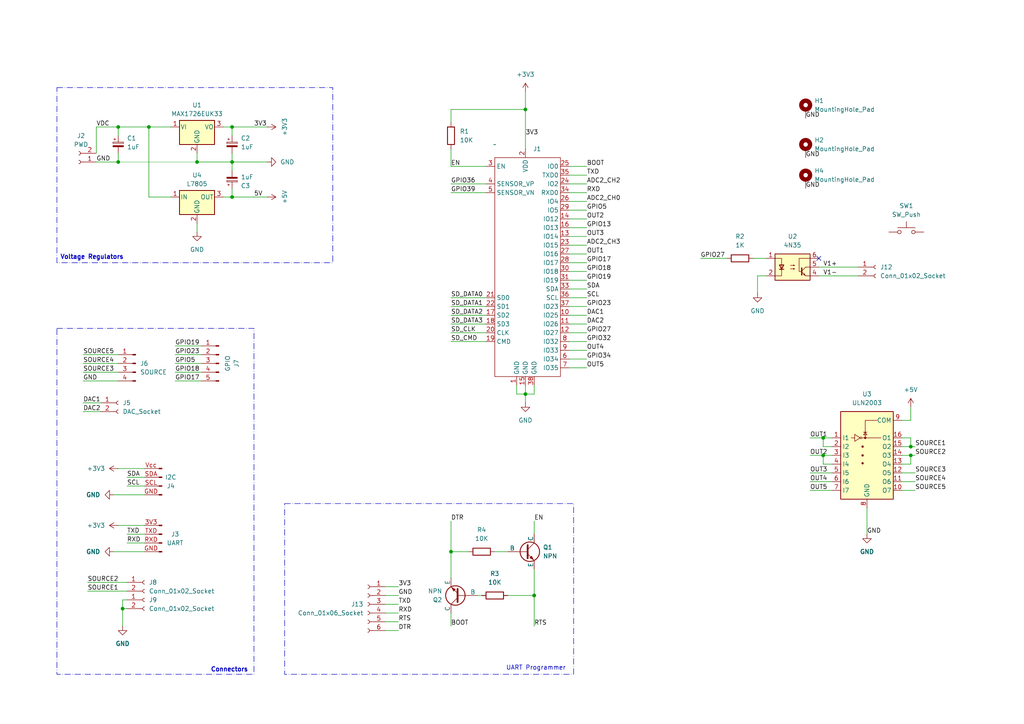
<source format=kicad_sch>
(kicad_sch (version 20231120) (generator "eeschema") (generator_version "8.0")
  (paper "A4")
  (lib_symbols
    (symbol "Alexander_Library_Symbols:Conn_I2C_01x04" (pin_names (offset 1.016) hide)
      (property "Reference" "J" (at 0 5.08 0))
      (property "Value" "I2C" (at 0 -7.62 0))
      (symbol "Conn_I2C_01x04_1_1"
        (polyline (pts (xy 1.27 -5.08) (xy 0.8636 -5.08)) (stroke (width 0.1524)))
        (polyline (pts (xy 1.27 -2.54) (xy 0.8636 -2.54)) (stroke (width 0.1524)))
        (polyline (pts (xy 1.27 0) (xy 0.8636 0)) (stroke (width 0.1524)))
        (polyline (pts (xy 1.27 2.54) (xy 0.8636 2.54)) (stroke (width 0.1524)))
        (rectangle (start 0.8636 -4.953) (end 0 -5.207) (stroke (width 0.1524)) (fill (type outline)))
        (rectangle (start 0.8636 -2.413) (end 0 -2.667) (stroke (width 0.1524)) (fill (type outline)))
        (rectangle (start 0.8636 0.127) (end 0 -0.127) (stroke (width 0.1524)) (fill (type outline)))
        (rectangle (start 0.8636 2.667) (end 0 2.413) (stroke (width 0.1524)) (fill (type outline)))
        (pin power_out line (at 5.08 -5.08 180) (length 3.81) (name "GND") (number "GND"))
        (pin bidirectional line (at 5.08 -2.54 180) (length 3.81) (name "SCL") (number "SCL"))
        (pin bidirectional line (at 5.08 0 180) (length 3.81) (name "SDA") (number "SDA"))
        (pin power_in line (at 5.08 2.54 180) (length 3.81) (name "VCC") (number "Vcc"))
      )
    )
    (symbol "Alexander_Library_Symbols:ESP32-WROOM-32D-SOCKET"
      (property "Reference" "J" (at 0 0 0))
      (symbol "ESP32-WROOM-32D-SOCKET_0_1"
        (rectangle (start 0 -3.81) (end 19.05 -67.31))
      )
      (symbol "ESP32-WROOM-32D-SOCKET_1_1"
        (pin power_out line (at 6.35 -69.85 90) (length 2.54) (name "GND") (number "1"))
        (pin bidirectional line (at 21.59 -49.53 180) (length 2.54) (name "IO25") (number "10"))
        (pin bidirectional line (at 21.59 -52.07 180) (length 2.54) (name "IO26") (number "11"))
        (pin bidirectional line (at 21.59 -54.61 180) (length 2.54) (name "IO27") (number "12"))
        (pin bidirectional line (at 21.59 -26.67 180) (length 2.54) (name "IO14") (number "13"))
        (pin bidirectional line (at 21.59 -21.59 180) (length 2.54) (name "IO12") (number "14"))
        (pin power_out line (at 8.89 -69.85 90) (length 2.54) (name "GND") (number "15"))
        (pin bidirectional line (at 21.59 -24.13 180) (length 2.54) (name "IO13") (number "16"))
        (pin input line (at -2.54 -49.53 0) (length 2.54) (name "SD2") (number "17"))
        (pin input line (at -2.54 -52.07 0) (length 2.54) (name "SD3") (number "18"))
        (pin input line (at -2.54 -57.15 0) (length 2.54) (name "CMD") (number "19"))
        (pin power_in line (at 8.89 -1.27 270) (length 2.54) (name "VDD") (number "2"))
        (pin input line (at -2.54 -54.61 0) (length 2.54) (name "CLK") (number "20"))
        (pin input line (at -2.54 -44.45 0) (length 2.54) (name "SD0") (number "21"))
        (pin input line (at -2.54 -46.99 0) (length 2.54) (name "SD1") (number "22"))
        (pin bidirectional line (at 21.59 -29.21 180) (length 2.54) (name "IO15") (number "23"))
        (pin bidirectional line (at 21.59 -11.43 180) (length 2.54) (name "IO2") (number "24"))
        (pin bidirectional line (at 21.59 -6.35 180) (length 2.54) (name "IO0") (number "25"))
        (pin bidirectional line (at 21.59 -16.51 180) (length 2.54) (name "IO4") (number "26"))
        (pin bidirectional line (at 21.59 -31.75 180) (length 2.54) (name "IO16") (number "27"))
        (pin bidirectional line (at 21.59 -34.29 180) (length 2.54) (name "IO17") (number "28"))
        (pin bidirectional line (at 21.59 -19.05 180) (length 2.54) (name "IO5") (number "29"))
        (pin input line (at -2.54 -6.35 0) (length 2.54) (name "EN") (number "3"))
        (pin bidirectional line (at 21.59 -36.83 180) (length 2.54) (name "IO18") (number "30"))
        (pin bidirectional line (at 21.59 -39.37 180) (length 2.54) (name "IO19") (number "31"))
        (pin bidirectional line (at 21.59 -41.91 180) (length 2.54) (name "SDA") (number "33"))
        (pin input line (at 21.59 -13.97 180) (length 2.54) (name "RXD0") (number "34"))
        (pin output line (at 21.59 -8.89 180) (length 2.54) (name "TXD0") (number "35"))
        (pin bidirectional line (at 21.59 -44.45 180) (length 2.54) (name "SCL") (number "36"))
        (pin bidirectional line (at 21.59 -46.99 180) (length 2.54) (name "IO23") (number "37"))
        (pin power_out line (at 11.43 -69.85 90) (length 2.54) (name "GND") (number "38"))
        (pin input line (at -2.54 -11.43 0) (length 2.54) (name "SENSOR_VP") (number "4"))
        (pin input line (at -2.54 -13.97 0) (length 2.54) (name "SENSOR_VN") (number "5"))
        (pin bidirectional line (at 21.59 -62.23 180) (length 2.54) (name "IO34") (number "6"))
        (pin bidirectional line (at 21.59 -64.77 180) (length 2.54) (name "IO35") (number "7"))
        (pin bidirectional line (at 21.59 -57.15 180) (length 2.54) (name "IO32") (number "8"))
        (pin bidirectional line (at 21.59 -59.69 180) (length 2.54) (name "IO33") (number "9"))
      )
    )
    (symbol "Conn_UART_1" (pin_names (offset 1.016) hide)
      (property "Reference" "J" (at 1.27 3.81 0))
      (property "Value" "UART" (at 2.54 -10.16 0))
      (symbol "Conn_UART_1_1_1"
        (polyline (pts (xy 1.27 -7.62) (xy 0.8636 -7.62)) (stroke (width 0.1524)))
        (polyline (pts (xy 1.27 -5.08) (xy 0.8636 -5.08)) (stroke (width 0.1524)))
        (polyline (pts (xy 1.27 -2.54) (xy 0.8636 -2.54)) (stroke (width 0.1524)))
        (polyline (pts (xy 1.27 0) (xy 0.8636 0)) (stroke (width 0.1524)))
        (rectangle (start 0.8636 -7.493) (end 0 -7.747) (stroke (width 0.1524)) (fill (type outline)))
        (rectangle (start 0.8636 -4.953) (end 0 -5.207) (stroke (width 0.1524)) (fill (type outline)))
        (rectangle (start 0.8636 -2.413) (end 0 -2.667) (stroke (width 0.1524)) (fill (type outline)))
        (rectangle (start 0.8636 0.127) (end 0 -0.127) (stroke (width 0.1524)) (fill (type outline)))
        (pin power_in line (at 5.08 0 180) (length 3.81) (name "3V3") (number "3V3"))
        (pin power_out line (at 5.08 -7.62 180) (length 3.81) (name "GND") (number "GND"))
        (pin input line (at 5.08 -5.08 180) (length 3.81) (name "RXD") (number "RXD"))
        (pin output line (at 5.08 -2.54 180) (length 3.81) (name "TXD") (number "TXD"))
      )
    )
    (symbol "Connector:Conn_01x02_Socket" (pin_names (offset 1.016) hide)
      (property "Reference" "J" (at 0 2.54 0))
      (property "Value" "Conn_01x02_Socket" (at 0 -5.08 0))
      (symbol "Conn_01x02_Socket_1_1"
        (arc (start 0 -2.032) (mid -0.5058 -2.54) (end 0 -3.048) (stroke (width 0.1524)))
        (polyline (pts (xy -1.27 -2.54) (xy -0.508 -2.54)) (stroke (width 0.1524)))
        (polyline (pts (xy -1.27 0) (xy -0.508 0)) (stroke (width 0.1524)))
        (arc (start 0 0.508) (mid -0.5058 0) (end 0 -0.508) (stroke (width 0.1524)))
        (pin passive line (at -5.08 0 0) (length 3.81) (name "Pin_1") (number "1"))
        (pin passive line (at -5.08 -2.54 0) (length 3.81) (name "Pin_2") (number "2"))
      )
    )
    (symbol "Connector:Conn_01x04_Pin" (pin_names (offset 1.016) hide)
      (property "Reference" "J" (at 0 5.08 0))
      (property "Value" "I2C" (at 0 -7.62 0))
      (symbol "Conn_01x04_Pin_1_1"
        (polyline (pts (xy 1.27 -5.08) (xy 0.8636 -5.08)) (stroke (width 0.1524)))
        (polyline (pts (xy 1.27 -2.54) (xy 0.8636 -2.54)) (stroke (width 0.1524)))
        (polyline (pts (xy 1.27 0) (xy 0.8636 0)) (stroke (width 0.1524)))
        (polyline (pts (xy 1.27 2.54) (xy 0.8636 2.54)) (stroke (width 0.1524)))
        (rectangle (start 0.8636 -4.953) (end 0 -5.207) (stroke (width 0.1524)) (fill (type outline)))
        (rectangle (start 0.8636 -2.413) (end 0 -2.667) (stroke (width 0.1524)) (fill (type outline)))
        (rectangle (start 0.8636 0.127) (end 0 -0.127) (stroke (width 0.1524)) (fill (type outline)))
        (rectangle (start 0.8636 2.667) (end 0 2.413) (stroke (width 0.1524)) (fill (type outline)))
        (pin passive line (at 5.08 2.54 180) (length 3.81) (name "Pin_1") (number "1"))
        (pin passive line (at 5.08 0 180) (length 3.81) (name "Pin_2") (number "2"))
        (pin passive line (at 5.08 -2.54 180) (length 3.81) (name "Pin_3") (number "3"))
        (pin passive line (at 5.08 -5.08 180) (length 3.81) (name "Pin_4") (number "4"))
      )
    )
    (symbol "Connector:Conn_01x05_Pin" (pin_names (offset 1.016) hide)
      (property "Reference" "J" (at 0 7.62 0))
      (property "Value" "Conn_01x05_Pin" (at 0 -7.62 0))
      (symbol "Conn_01x05_Pin_1_1"
        (polyline (pts (xy 1.27 -5.08) (xy 0.8636 -5.08)) (stroke (width 0.1524)))
        (polyline (pts (xy 1.27 -2.54) (xy 0.8636 -2.54)) (stroke (width 0.1524)))
        (polyline (pts (xy 1.27 0) (xy 0.8636 0)) (stroke (width 0.1524)))
        (polyline (pts (xy 1.27 2.54) (xy 0.8636 2.54)) (stroke (width 0.1524)))
        (polyline (pts (xy 1.27 5.08) (xy 0.8636 5.08)) (stroke (width 0.1524)))
        (rectangle (start 0.8636 -4.953) (end 0 -5.207) (stroke (width 0.1524)) (fill (type outline)))
        (rectangle (start 0.8636 -2.413) (end 0 -2.667) (stroke (width 0.1524)) (fill (type outline)))
        (rectangle (start 0.8636 0.127) (end 0 -0.127) (stroke (width 0.1524)) (fill (type outline)))
        (rectangle (start 0.8636 2.667) (end 0 2.413) (stroke (width 0.1524)) (fill (type outline)))
        (rectangle (start 0.8636 5.207) (end 0 4.953) (stroke (width 0.1524)) (fill (type outline)))
        (pin passive line (at 5.08 5.08 180) (length 3.81) (name "Pin_1") (number "1"))
        (pin passive line (at 5.08 2.54 180) (length 3.81) (name "Pin_2") (number "2"))
        (pin passive line (at 5.08 0 180) (length 3.81) (name "Pin_3") (number "3"))
        (pin passive line (at 5.08 -2.54 180) (length 3.81) (name "Pin_4") (number "4"))
        (pin passive line (at 5.08 -5.08 180) (length 3.81) (name "Pin_5") (number "5"))
      )
    )
    (symbol "Connector:Conn_01x06_Socket" (pin_names (offset 1.016) hide)
      (property "Reference" "J" (at 0 7.62 0))
      (property "Value" "Conn_01x06_Socket" (at 0 -10.16 0))
      (symbol "Conn_01x06_Socket_1_1"
        (arc (start 0 -7.112) (mid -0.5058 -7.62) (end 0 -8.128) (stroke (width 0.1524)))
        (arc (start 0 -4.572) (mid -0.5058 -5.08) (end 0 -5.588) (stroke (width 0.1524)))
        (arc (start 0 -2.032) (mid -0.5058 -2.54) (end 0 -3.048) (stroke (width 0.1524)))
        (polyline (pts (xy -1.27 -7.62) (xy -0.508 -7.62)) (stroke (width 0.1524)))
        (polyline (pts (xy -1.27 -5.08) (xy -0.508 -5.08)) (stroke (width 0.1524)))
        (polyline (pts (xy -1.27 -2.54) (xy -0.508 -2.54)) (stroke (width 0.1524)))
        (polyline (pts (xy -1.27 0) (xy -0.508 0)) (stroke (width 0.1524)))
        (polyline (pts (xy -1.27 2.54) (xy -0.508 2.54)) (stroke (width 0.1524)))
        (polyline (pts (xy -1.27 5.08) (xy -0.508 5.08)) (stroke (width 0.1524)))
        (arc (start 0 0.508) (mid -0.5058 0) (end 0 -0.508) (stroke (width 0.1524)))
        (arc (start 0 3.048) (mid -0.5058 2.54) (end 0 2.032) (stroke (width 0.1524)))
        (arc (start 0 5.588) (mid -0.5058 5.08) (end 0 4.572) (stroke (width 0.1524)))
        (pin passive line (at -5.08 5.08 0) (length 3.81) (name "Pin_1") (number "1"))
        (pin passive line (at -5.08 2.54 0) (length 3.81) (name "Pin_2") (number "2"))
        (pin passive line (at -5.08 0 0) (length 3.81) (name "Pin_3") (number "3"))
        (pin passive line (at -5.08 -2.54 0) (length 3.81) (name "Pin_4") (number "4"))
        (pin passive line (at -5.08 -5.08 0) (length 3.81) (name "Pin_5") (number "5"))
        (pin passive line (at -5.08 -7.62 0) (length 3.81) (name "Pin_6") (number "6"))
      )
    )
    (symbol "Device:C_Polarized_Small" (pin_numbers hide) (pin_names (offset 0.254) hide)
      (property "Reference" "C" (at 0.254 1.778 0))
      (property "Value" "C_Polarized_Small" (at 0.254 -2.032 0))
      (symbol "C_Polarized_Small_0_1"
        (rectangle (start -1.524 -0.3048) (end 1.524 -0.6858) (fill (type outline)))
        (rectangle (start -1.524 0.6858) (end 1.524 0.3048))
        (polyline (pts (xy -1.27 1.524) (xy -0.762 1.524)))
        (polyline (pts (xy -1.016 1.27) (xy -1.016 1.778)))
      )
      (symbol "C_Polarized_Small_1_1"
        (pin passive line (at 0 2.54 270) (length 1.8542) (name "~") (number "1"))
        (pin passive line (at 0 -2.54 90) (length 1.8542) (name "~") (number "2"))
      )
    )
    (symbol "Device:R" (pin_numbers hide) (pin_names (offset 0))
      (property "Reference" "R" (at 2.032 0 90))
      (property "Value" "R" (at 0 0 90))
      (symbol "R_0_1"
        (rectangle (start -1.016 -2.54) (end 1.016 2.54) (stroke (width 0.254)))
      )
      (symbol "R_1_1"
        (pin passive line (at 0 3.81 270) (length 1.27) (name "~") (number "1"))
        (pin passive line (at 0 -3.81 90) (length 1.27) (name "~") (number "2"))
      )
    )
    (symbol "GND_1" (power) (pin_numbers hide) (pin_names (offset 0) hide)
      (property "Value" "GND" (at 0 -3.81 0))
      (symbol "GND_1_0_1"
        (polyline (pts (xy 0 0) (xy 0 -1.27) (xy 1.27 -1.27) (xy 0 -2.54) (xy -1.27 -1.27) (xy 0 -1.27)))
      )
      (symbol "GND_1_1_1"
        (pin power_in line (at 0 0 270) (length 0) (name "~") (number "1"))
      )
    )
    (symbol "GND_2" (power) (pin_numbers hide) (pin_names (offset 0) hide)
      (property "Value" "GND" (at 0 -3.81 0))
      (symbol "GND_2_0_1"
        (polyline (pts (xy 0 0) (xy 0 -1.27) (xy 1.27 -1.27) (xy 0 -2.54) (xy -1.27 -1.27) (xy 0 -1.27)))
      )
      (symbol "GND_2_1_1"
        (pin power_in line (at 0 0 270) (length 0) (name "~") (number "1"))
      )
    )
    (symbol "Isolator:4N35" (pin_names (offset 1.016))
      (property "Reference" "U" (at -5.08 5.08 0))
      (property "Value" "4N35" (at 0 5.08 0))
      (symbol "4N35_0_1"
        (rectangle (start -5.08 3.81) (end 5.08 -3.81) (stroke (width 0.254)) (fill (type background)))
        (polyline (pts (xy -3.81 -0.635) (xy -2.54 -0.635)) (stroke (width 0.254)))
        (polyline (pts (xy 2.667 -1.397) (xy 3.81 -2.54)))
        (polyline (pts (xy 2.667 -1.143) (xy 3.81 0)))
        (polyline (pts (xy 3.81 -2.54) (xy 5.08 -2.54)))
        (polyline (pts (xy 3.81 0) (xy 5.08 0)))
        (polyline (pts (xy 2.667 -0.254) (xy 2.667 -2.286) (xy 2.667 -2.286)) (stroke (width 0.3556)))
        (polyline (pts (xy -5.08 -2.54) (xy -3.175 -2.54) (xy -3.175 2.54) (xy -5.08 2.54)))
        (polyline (pts (xy -3.175 -0.635) (xy -3.81 0.635) (xy -2.54 0.635) (xy -3.175 -0.635)) (stroke (width 0.254)))
        (polyline (pts (xy 3.683 -2.413) (xy 3.429 -1.905) (xy 3.175 -2.159) (xy 3.683 -2.413)))
        (polyline (pts (xy 5.08 2.54) (xy 1.905 2.54) (xy 1.905 -1.27) (xy 2.54 -1.27)))
        (polyline (pts (xy -0.635 -0.508) (xy 0.635 -0.508) (xy 0.254 -0.635) (xy 0.254 -0.381) (xy 0.635 -0.508)))
        (polyline (pts (xy -0.635 0.508) (xy 0.635 0.508) (xy 0.254 0.381) (xy 0.254 0.635) (xy 0.635 0.508)))
      )
      (symbol "4N35_1_1"
        (pin passive line (at -7.62 2.54 0) (length 2.54) (name "~") (number "1"))
        (pin passive line (at -7.62 -2.54 0) (length 2.54) (name "~") (number "2"))
        (pin no_connect line (at -5.08 0 0) (length 2.54) hide (name "NC") (number "3"))
        (pin passive line (at 7.62 -2.54 180) (length 2.54) (name "~") (number "4"))
        (pin passive line (at 7.62 0 180) (length 2.54) (name "~") (number "5"))
        (pin passive line (at 7.62 2.54 180) (length 2.54) (name "~") (number "6"))
      )
    )
    (symbol "Mechanical:MountingHole_Pad" (pin_numbers hide) (pin_names (offset 1.016) hide)
      (property "Reference" "H" (at 0 6.35 0))
      (property "Value" "MountingHole_Pad" (at 0 4.445 0))
      (symbol "MountingHole_Pad_0_1"
        (circle (center 0 1.27) (radius 1.27) (stroke (width 1.27)))
      )
      (symbol "MountingHole_Pad_1_1"
        (pin input line (at 0 -2.54 90) (length 2.54) (name "1") (number "1"))
      )
    )
    (symbol "Regulator_Linear:L7805" (pin_names (offset 0.254))
      (property "Reference" "U4" (at 0 6.35 0))
      (property "Value" "L7805" (at 0 3.81 0))
      (symbol "L7805_0_1"
        (rectangle (start -5.08 1.905) (end 5.08 -5.08) (stroke (width 0.254)) (fill (type background)))
      )
      (symbol "L7805_1_1"
        (pin power_in line (at -7.62 0 0) (length 2.54) (name "IN") (number "1"))
        (pin power_in line (at 0 -7.62 90) (length 2.54) (name "GND") (number "2"))
        (pin power_out line (at 7.62 0 180) (length 2.54) (name "OUT") (number "3"))
      )
    )
    (symbol "Regulator_Linear:LM78M05_TO220" (pin_names (offset 0.254))
      (property "Reference" "U" (at -3.81 3.175 0))
      (property "Value" "LM78M05_TO220" (at 0 3.175 0))
      (symbol "LM78M05_TO220_0_1"
        (rectangle (start -5.08 1.905) (end 5.08 -5.08) (stroke (width 0.254)) (fill (type background)))
      )
      (symbol "LM78M05_TO220_1_1"
        (pin power_in line (at -7.62 0 0) (length 2.54) (name "VI") (number "1"))
        (pin power_in line (at 0 -7.62 90) (length 2.54) (name "GND") (number "2"))
        (pin power_out line (at 7.62 0 180) (length 2.54) (name "VO") (number "3"))
      )
    )
    (symbol "Simulation_SPICE:NPN" (pin_numbers hide) (pin_names (offset 0))
      (property "Reference" "Q" (at -2.54 7.62 0))
      (property "Value" "NPN" (at -2.54 5.08 0))
      (symbol "NPN_0_1"
        (polyline (pts (xy -2.54 0) (xy 0.635 0)) (stroke (width 0.1524)))
        (polyline (pts (xy 0.635 0.635) (xy 2.54 2.54)))
        (polyline (pts (xy 2.794 -1.27) (xy 2.794 -1.27)) (stroke (width 0.1524)))
        (polyline (pts (xy 2.794 -1.27) (xy 2.794 -1.27)) (stroke (width 0.1524)))
        (polyline (pts (xy 0.635 -0.635) (xy 2.54 -2.54) (xy 2.54 -2.54)))
        (polyline (pts (xy 0.635 1.905) (xy 0.635 -1.905) (xy 0.635 -1.905)) (stroke (width 0.508)))
        (polyline (pts (xy 1.27 -1.778) (xy 1.778 -1.27) (xy 2.286 -2.286) (xy 1.27 -1.778) (xy 1.27 -1.778)) (fill (type outline)))
        (circle (center 1.27 0) (radius 2.8194) (stroke (width 0.254)))
      )
      (symbol "NPN_1_1"
        (pin open_collector line (at 2.54 5.08 270) (length 2.54) (name "C") (number "1"))
        (pin input line (at -5.08 0 0) (length 2.54) (name "B") (number "2"))
        (pin open_emitter line (at 2.54 -5.08 90) (length 2.54) (name "E") (number "3"))
      )
    )
    (symbol "Switch:SW_Push" (pin_numbers hide) (pin_names (offset 1.016) hide)
      (property "Reference" "SW" (at 1.27 2.54 0))
      (property "Value" "SW_Push" (at 0 -1.524 0))
      (symbol "SW_Push_0_1"
        (circle (center -2.032 0) (radius 0.508))
        (polyline (pts (xy 0 1.27) (xy 0 3.048)))
        (polyline (pts (xy 2.54 1.27) (xy -2.54 1.27)))
        (circle (center 2.032 0) (radius 0.508))
        (pin passive line (at -5.08 0 0) (length 2.54) (name "1") (number "1"))
        (pin passive line (at 5.08 0 180) (length 2.54) (name "2") (number "2"))
      )
    )
    (symbol "Transistor_Array:ULN2003"
      (property "Reference" "U" (at 0 15.875 0))
      (property "Value" "ULN2003" (at 0 13.97 0))
      (symbol "ULN2003_0_1"
        (rectangle (start -7.62 -12.7) (end 7.62 12.7) (stroke (width 0.254)) (fill (type background)))
        (circle (center -1.778 5.08) (radius 0.254))
        (circle (center -1.27 -2.286) (radius 0.254) (fill (type outline)))
        (circle (center -1.27 0) (radius 0.254) (fill (type outline)))
        (circle (center -1.27 2.54) (radius 0.254) (fill (type outline)))
        (circle (center -0.508 5.08) (radius 0.254) (fill (type outline)))
        (polyline (pts (xy -4.572 5.08) (xy -3.556 5.08)))
        (polyline (pts (xy -1.524 5.08) (xy 4.064 5.08)))
        (polyline (pts (xy 0 6.731) (xy -1.016 6.731)))
        (polyline (pts (xy -0.508 5.08) (xy -0.508 10.16) (xy 2.921 10.16)))
        (polyline (pts (xy -3.556 6.096) (xy -3.556 4.064) (xy -2.032 5.08) (xy -3.556 6.096)))
        (polyline (pts (xy 0 5.969) (xy -1.016 5.969) (xy -0.508 6.731) (xy 0 5.969)))
      )
      (symbol "ULN2003_1_1"
        (pin input line (at -10.16 5.08 0) (length 2.54) (name "I1") (number "1"))
        (pin open_collector line (at 10.16 -10.16 180) (length 2.54) (name "O7") (number "10"))
        (pin open_collector line (at 10.16 -7.62 180) (length 2.54) (name "O6") (number "11"))
        (pin open_collector line (at 10.16 -5.08 180) (length 2.54) (name "O5") (number "12"))
        (pin open_collector line (at 10.16 -2.54 180) (length 2.54) (name "O4") (number "13"))
        (pin open_collector line (at 10.16 0 180) (length 2.54) (name "O3") (number "14"))
        (pin open_collector line (at 10.16 2.54 180) (length 2.54) (name "O2") (number "15"))
        (pin open_collector line (at 10.16 5.08 180) (length 2.54) (name "O1") (number "16"))
        (pin input line (at -10.16 2.54 0) (length 2.54) (name "I2") (number "2"))
        (pin input line (at -10.16 0 0) (length 2.54) (name "I3") (number "3"))
        (pin input line (at -10.16 -2.54 0) (length 2.54) (name "I4") (number "4"))
        (pin input line (at -10.16 -5.08 0) (length 2.54) (name "I5") (number "5"))
        (pin input line (at -10.16 -7.62 0) (length 2.54) (name "I6") (number "6"))
        (pin input line (at -10.16 -10.16 0) (length 2.54) (name "I7") (number "7"))
        (pin power_in line (at 0 -15.24 90) (length 2.54) (name "GND") (number "8"))
        (pin passive line (at 10.16 10.16 180) (length 2.54) (name "COM") (number "9"))
      )
    )
    (symbol "power:+3V3" (power) (pin_names (offset 0))
      (property "Value" "+3V3" (at 0 3.556 0))
      (symbol "+3V3_0_1"
        (polyline (pts (xy -0.762 1.27) (xy 0 2.54)))
        (polyline (pts (xy 0 0) (xy 0 2.54)))
        (polyline (pts (xy 0 2.54) (xy 0.762 1.27)))
      )
      (symbol "+3V3_1_1"
        (pin power_in line (at 0 0 90) (length 0) hide (name "+3V3") (number "1"))
      )
    )
    (symbol "power:+5V" (power) (pin_names (offset 0))
      (property "Value" "+5V" (at 0 3.556 0))
      (symbol "+5V_0_1"
        (polyline (pts (xy -0.762 1.27) (xy 0 2.54)))
        (polyline (pts (xy 0 0) (xy 0 2.54)))
        (polyline (pts (xy 0 2.54) (xy 0.762 1.27)))
      )
      (symbol "+5V_1_1"
        (pin power_in line (at 0 0 90) (length 0) hide (name "+5V") (number "1"))
      )
    )
    (symbol "power:GND" (power) (pin_names (offset 0))
      (property "Value" "GND" (at 0 -3.81 0))
      (symbol "GND_0_1"
        (polyline (pts (xy 0 0) (xy 0 -1.27) (xy 1.27 -1.27) (xy 0 -2.54) (xy -1.27 -1.27) (xy 0 -1.27)))
      )
      (symbol "GND_1_1"
        (pin power_in line (at 0 0 270) (length 0) hide (name "GND") (number "1"))
      )
    )
  )
  (junction (at 57.15 46.99))
  (junction (at 67.31 46.99))
  (junction (at 34.29 46.99))
  (junction (at 152.4 31.75))
  (junction (at 264.16 129.54))
  (junction (at 67.31 57.15))
  (junction (at 238.76 132.08))
  (junction (at 130.81 160.02))
  (junction (at 43.18 36.83))
  (junction (at 154.94 172.72))
  (junction (at 264.16 132.08))
  (junction (at 67.31 36.83))
  (junction (at 34.29 36.83))
  (junction (at 238.76 127))
  (junction (at 152.4 114.3))
  (junction (at 35.56 176.53))
  (no_connect (at 237.49 74.93))
  (wire (pts (xy 165.1 53.34) (xy 170.18 53.34)))
  (wire (pts (xy 57.15 64.77) (xy 57.15 67.31)))
  (wire (pts (xy 130.81 96.52) (xy 140.97 96.52)))
  (wire (pts (xy 35.56 173.99) (xy 35.56 176.53)))
  (wire (pts (xy 36.83 140.97) (xy 41.91 140.97)))
  (wire (pts (xy 111.76 180.34) (xy 115.57 180.34)))
  (wire (pts (xy 25.4 168.91) (xy 36.83 168.91)))
  (wire (pts (xy 165.1 58.42) (xy 170.18 58.42)))
  (wire (pts (xy 130.81 160.02) (xy 135.89 160.02)))
  (wire (pts (xy 130.81 93.98) (xy 140.97 93.98)))
  (wire (pts (xy 49.53 57.15) (xy 43.18 57.15)))
  (wire (pts (xy 36.83 154.94) (xy 41.91 154.94)))
  (wire (pts (xy 154.94 151.13) (xy 154.94 154.94)))
  (wire (pts (xy 152.4 26.67) (xy 152.4 31.75)))
  (wire (pts (xy 165.1 73.66) (xy 170.18 73.66)))
  (wire (pts (xy 165.1 76.2) (xy 170.18 76.2)))
  (wire (pts (xy 34.29 135.89) (xy 41.91 135.89)))
  (wire (pts (xy 143.51 160.02) (xy 147.32 160.02)))
  (wire (pts (xy 57.15 44.45) (xy 57.15 46.99)))
  (wire (pts (xy 165.1 99.06) (xy 170.18 99.06)))
  (wire (pts (xy 34.29 107.95) (xy 24.13 107.95)))
  (wire (pts (xy 234.95 137.16) (xy 241.3 137.16)))
  (wire (pts (xy 149.86 114.3) (xy 152.4 114.3)))
  (wire (pts (xy 58.42 102.87) (xy 50.8 102.87)))
  (wire (pts (xy 67.31 44.45) (xy 67.31 46.99)))
  (wire (pts (xy 241.3 134.62) (xy 238.76 134.62)))
  (wire (pts (xy 34.29 102.87) (xy 24.13 102.87)))
  (wire (pts (xy 165.1 48.26) (xy 170.18 48.26)))
  (wire (pts (xy 264.16 121.92) (xy 261.62 121.92)))
  (wire (pts (xy 58.42 105.41) (xy 50.8 105.41)))
  (wire (pts (xy 165.1 101.6) (xy 170.18 101.6)))
  (wire (pts (xy 234.95 139.7) (xy 241.3 139.7)))
  (wire (pts (xy 140.97 48.26) (xy 130.81 48.26)))
  (wire (pts (xy 111.76 182.88) (xy 115.57 182.88)))
  (wire (pts (xy 149.86 111.76) (xy 149.86 114.3)))
  (wire (pts (xy 43.18 36.83) (xy 49.53 36.83)))
  (wire (pts (xy 24.13 116.84) (xy 29.21 116.84)))
  (wire (pts (xy 130.81 55.88) (xy 140.97 55.88)))
  (wire (pts (xy 130.81 31.75) (xy 130.81 35.56)))
  (wire (pts (xy 35.56 176.53) (xy 36.83 176.53)))
  (wire (pts (xy 34.29 152.4) (xy 41.91 152.4)))
  (wire (pts (xy 34.29 36.83) (xy 34.29 39.37)))
  (wire (pts (xy 261.62 139.7) (xy 265.43 139.7)))
  (wire (pts (xy 34.29 44.45) (xy 34.29 46.99)))
  (wire (pts (xy 152.4 114.3) (xy 152.4 116.84)))
  (wire (pts (xy 130.81 88.9) (xy 140.97 88.9)))
  (wire (pts (xy 264.16 118.11) (xy 264.16 121.92)))
  (wire (pts (xy 25.4 171.45) (xy 36.83 171.45)))
  (wire (pts (xy 261.62 132.08) (xy 264.16 132.08)))
  (wire (pts (xy 130.81 86.36) (xy 140.97 86.36)))
  (wire (pts (xy 165.1 104.14) (xy 170.18 104.14)))
  (wire (pts (xy 237.49 80.01) (xy 248.92 80.01)))
  (wire (pts (xy 24.13 110.49) (xy 34.29 110.49)))
  (wire (pts (xy 43.18 36.83) (xy 43.18 57.15)))
  (wire (pts (xy 218.44 74.93) (xy 222.25 74.93)))
  (wire (pts (xy 36.83 173.99) (xy 35.56 173.99)))
  (wire (pts (xy 67.31 57.15) (xy 77.47 57.15)))
  (wire (pts (xy 67.31 46.99) (xy 77.47 46.99)))
  (wire (pts (xy 154.94 165.1) (xy 154.94 172.72)))
  (wire (pts (xy 264.16 129.54) (xy 264.16 127)))
  (wire (pts (xy 165.1 88.9) (xy 170.18 88.9)))
  (wire (pts (xy 165.1 96.52) (xy 170.18 96.52)))
  (wire (pts (xy 64.77 57.15) (xy 67.31 57.15)))
  (wire (pts (xy 241.3 132.08) (xy 238.76 132.08)))
  (wire (pts (xy 41.91 143.51) (xy 33.02 143.51)))
  (wire (pts (xy 261.62 129.54) (xy 264.16 129.54)))
  (wire (pts (xy 36.83 157.48) (xy 41.91 157.48)))
  (wire (pts (xy 234.95 142.24) (xy 241.3 142.24)))
  (wire (pts (xy 130.81 31.75) (xy 152.4 31.75)))
  (wire (pts (xy 67.31 46.99) (xy 67.31 49.53)))
  (wire (pts (xy 165.1 50.8) (xy 170.18 50.8)))
  (wire (pts (xy 64.77 36.83) (xy 67.31 36.83)))
  (wire (pts (xy 165.1 93.98) (xy 170.18 93.98)))
  (wire (pts (xy 58.42 107.95) (xy 50.8 107.95)))
  (wire (pts (xy 251.46 147.32) (xy 251.46 154.94)))
  (wire (pts (xy 264.16 132.08) (xy 265.43 132.08)))
  (wire (pts (xy 111.76 175.26) (xy 115.57 175.26)))
  (wire (pts (xy 57.15 46.99) (xy 67.31 46.99)))
  (wire (pts (xy 154.94 172.72) (xy 154.94 181.61)))
  (wire (pts (xy 111.76 177.8) (xy 115.57 177.8)))
  (wire (pts (xy 237.49 77.47) (xy 248.92 77.47)))
  (wire (pts (xy 165.1 81.28) (xy 170.18 81.28)))
  (wire (pts (xy 261.62 127) (xy 264.16 127)))
  (wire (pts (xy 130.81 99.06) (xy 140.97 99.06)))
  (wire (pts (xy 67.31 39.37) (xy 67.31 36.83)))
  (wire (pts (xy 165.1 55.88) (xy 170.18 55.88)))
  (wire (pts (xy 27.94 36.83) (xy 34.29 36.83)))
  (wire (pts (xy 165.1 66.04) (xy 170.18 66.04)))
  (wire (pts (xy 165.1 83.82) (xy 170.18 83.82)))
  (wire (pts (xy 264.16 129.54) (xy 265.43 129.54)))
  (wire (pts (xy 154.94 172.72) (xy 147.32 172.72)))
  (wire (pts (xy 130.81 151.13) (xy 130.81 160.02)))
  (wire (pts (xy 130.81 53.34) (xy 140.97 53.34)))
  (wire (pts (xy 41.91 160.02) (xy 33.02 160.02)))
  (wire (pts (xy 165.1 71.12) (xy 170.18 71.12)))
  (wire (pts (xy 203.2 74.93) (xy 210.82 74.93)))
  (wire (pts (xy 261.62 134.62) (xy 264.16 134.62)))
  (wire (pts (xy 165.1 63.5) (xy 170.18 63.5)))
  (wire (pts (xy 165.1 91.44) (xy 170.18 91.44)))
  (wire (pts (xy 165.1 106.68) (xy 170.18 106.68)))
  (wire (pts (xy 67.31 54.61) (xy 67.31 57.15)))
  (wire (pts (xy 264.16 134.62) (xy 264.16 132.08)))
  (wire (pts (xy 152.4 31.75) (xy 152.4 43.18)))
  (wire (pts (xy 138.43 172.72) (xy 139.7 172.72)))
  (wire (pts (xy 238.76 134.62) (xy 238.76 132.08)))
  (wire (pts (xy 219.71 85.09) (xy 219.71 80.01)))
  (wire (pts (xy 165.1 68.58) (xy 170.18 68.58)))
  (wire (pts (xy 24.13 119.38) (xy 29.21 119.38)))
  (wire (pts (xy 35.56 176.53) (xy 35.56 181.61)))
  (wire (pts (xy 154.94 114.3) (xy 152.4 114.3)))
  (wire (pts (xy 238.76 129.54) (xy 238.76 127)))
  (wire (pts (xy 130.81 177.8) (xy 130.81 181.61)))
  (wire (pts (xy 234.95 132.08) (xy 238.76 132.08)))
  (wire (pts (xy 165.1 60.96) (xy 170.18 60.96)))
  (wire (pts (xy 111.76 172.72) (xy 115.57 172.72)))
  (wire (pts (xy 241.3 127) (xy 238.76 127)))
  (wire (pts (xy 154.94 111.76) (xy 154.94 114.3)))
  (wire (pts (xy 261.62 137.16) (xy 265.43 137.16)))
  (wire (pts (xy 234.95 127) (xy 238.76 127)))
  (wire (pts (xy 165.1 78.74) (xy 170.18 78.74)))
  (wire (pts (xy 58.42 110.49) (xy 50.8 110.49)))
  (wire (pts (xy 36.83 138.43) (xy 41.91 138.43)))
  (wire (pts (xy 165.1 86.36) (xy 170.18 86.36)))
  (wire (pts (xy 34.29 36.83) (xy 43.18 36.83)))
  (wire (pts (xy 111.76 170.18) (xy 115.57 170.18)))
  (wire (pts (xy 130.81 91.44) (xy 140.97 91.44)))
  (wire (pts (xy 130.81 160.02) (xy 130.81 167.64)))
  (wire (pts (xy 130.81 43.18) (xy 130.81 48.26)))
  (wire (pts (xy 58.42 100.33) (xy 50.8 100.33)))
  (wire (pts (xy 261.62 142.24) (xy 265.43 142.24)))
  (wire (pts (xy 67.31 36.83) (xy 77.47 36.83)))
  (wire (pts (xy 27.94 46.99) (xy 34.29 46.99)))
  (wire (pts (xy 34.29 105.41) (xy 24.13 105.41)))
  (wire (pts (xy 219.71 80.01) (xy 222.25 80.01)))
  (wire (pts (xy 241.3 129.54) (xy 238.76 129.54)))
  (wire (pts (xy 152.4 111.76) (xy 152.4 114.3)))
  (wire (pts (xy 34.29 46.99) (xy 57.15 46.99)) (stroke (width 0.0254)))
  (wire (pts (xy 27.94 36.83) (xy 27.94 44.45)))
  (rectangle (start 82.55 146.05) (end 166.37 195.58) (stroke (width 0) (type dash_dot)))
  (rectangle (start 16.51 95.25) (end 73.66 195.58) (stroke (width 0) (type dash_dot)))
  (rectangle (start 16.51 25.4) (end 96.52 76.2) (stroke (width 0) (type dash_dot)))
  (text "Voltage Regulators" (at 26.67 73.914 0) (effects (font (size 1.27 1.27) (thickness 0.254) (bold yes)) (justify top)))
  (text "UART Programmer" (at 155.448 193.802 0) (effects (font (size 1.27 1.27))))
  (text "Connectors\n" (at 66.548 194.31 0) (effects (font (size 1.27 1.27) (thickness 0.254) (bold yes))))
  (label "SOURCE5" (at 265.43 142.24 0))
  (label "GND" (at 233.68 34.29 0))
  (label "GND" (at 24.13 110.49 0))
  (label "SOURCE5" (at 24.13 102.87 0))
  (label "OUT5" (at 234.95 142.24 0))
  (label "SOURCE4" (at 24.13 105.41 0))
  (label "SD_DATA1" (at 130.81 88.9 0))
  (label "SOURCE1" (at 25.4 171.45 0))
  (label "TXD" (at 115.57 175.26 0))
  (label "GPIO27" (at 170.18 96.52 0))
  (label "GPIO5" (at 170.18 60.96 0))
  (label "SOURCE3" (at 24.13 107.95 0))
  (label "RTS" (at 154.94 181.61 0))
  (label "ADC2_CH2" (at 170.18 53.34 0))
  (label "OUT1" (at 170.18 73.66 0))
  (label "OUT2" (at 170.18 63.5 0))
  (label "3V3" (at 115.57 170.18 0))
  (label "SD_DATA0" (at 130.81 86.36 0))
  (label "EN" (at 154.94 151.13 0))
  (label "GPIO23" (at 170.18 88.9 0))
  (label "VDC" (at 27.94 36.83 0))
  (label "GPIO13" (at 170.18 66.04 0))
  (label "SD_CLK" (at 130.81 96.52 0))
  (label "DAC2" (at 24.13 119.38 0))
  (label "TXD" (at 170.18 50.8 0))
  (label "OUT2" (at 234.95 132.08 0))
  (label "SDA" (at 170.18 83.82 0))
  (label "SD_CMD" (at 130.81 99.06 0))
  (label "SD_DATA3" (at 130.81 93.98 0))
  (label "GPIO17" (at 170.18 76.2 0))
  (label "GPIO23" (at 50.8 102.87 0))
  (label "GPIO5" (at 50.8 105.41 0))
  (label "DTR" (at 130.81 151.13 0))
  (label "SD_DATA2" (at 130.81 91.44 0))
  (label "GPIO34" (at 170.18 104.14 0))
  (label "OUT3" (at 170.18 68.58 0))
  (label "RTS" (at 115.57 180.34 0))
  (label "SCL" (at 170.18 86.36 0))
  (label "GPIO18" (at 170.18 78.74 0))
  (label "V1-" (at 238.76 80.01 0))
  (label "BOOT" (at 130.81 181.61 0))
  (label "RXD" (at 36.83 157.48 0))
  (label "GPIO27" (at 203.2 74.93 0))
  (label "SCL" (at 36.83 140.97 0))
  (label "GND" (at 115.57 172.72 0))
  (label "OUT4" (at 170.18 101.6 0))
  (label "3V3" (at 152.4 39.37 0))
  (label "ADC2_CH3" (at 170.18 71.12 0))
  (label "OUT5" (at 170.18 106.68 0))
  (label "GPIO39" (at 130.81 55.88 0))
  (label "SOURCE1" (at 265.43 129.54 0))
  (label "OUT3" (at 234.95 137.16 0))
  (label "GND" (at 233.68 45.72 0))
  (label "GPIO17" (at 50.8 110.49 0))
  (label "GPIO18" (at 50.8 107.95 0))
  (label "SOURCE2" (at 265.43 132.08 0))
  (label "BOOT" (at 170.18 48.26 0))
  (label "RXD" (at 115.57 177.8 0))
  (label "SOURCE3" (at 265.43 137.16 0))
  (label "OUT4" (at 234.95 139.7 0))
  (label "DTR" (at 115.57 182.88 0))
  (label "ADC2_CH0" (at 170.18 58.42 0))
  (label "5V" (at 73.66 57.15 0))
  (label "GND" (at 233.68 54.61 0))
  (label "GPIO32" (at 170.18 99.06 0))
  (label "DAC2" (at 170.18 93.98 0))
  (label "DAC1" (at 170.18 91.44 0))
  (label "3V3" (at 73.66 36.83 0))
  (label "SDA" (at 36.83 138.43 0))
  (label "GPIO19" (at 50.8 100.33 0))
  (label "OUT1" (at 234.95 127 0))
  (label "GPIO36" (at 130.81 53.34 0))
  (label "GPIO19" (at 170.18 81.28 0))
  (label "GND" (at 27.94 46.99 0))
  (label "V1+" (at 238.76 77.47 0))
  (label "DAC1" (at 24.13 116.84 0))
  (label "EN" (at 130.81 48.26 0))
  (label "GND" (at 251.46 154.94 0))
  (label "SOURCE4" (at 265.43 139.7 0))
  (label "TXD" (at 36.83 154.94 0))
  (label "SOURCE2" (at 25.4 168.91 0))
  (label "RXD" (at 170.18 55.88 0))
  (symbol (lib_id "Connector:Conn_01x02_Socket") (at 34.29 116.84 0) (unit 1)
    (property "Reference" "J5" (at 35.56 116.84 0) (effects (justify left)))
    (property "Value" "DAC_Socket" (at 35.56 119.38 0) (effects (justify left)))
    (property "Footprint" "Connector_PinSocket_2.54mm:PinSocket_1x02_P2.54mm_Vertical" (effects (hide yes)))
  )
  (symbol (lib_id "power:GND") (at 77.47 46.99 90) (unit 1)
    (property "Reference" "#PWR03" (effects (hide yes)))
    (property "Value" "GND" (at 81.28 46.9899 90) (effects (justify right)))
  )
  (symbol (lib_id "Device:R") (at 143.51 172.72 270) (unit 1)
    (property "Reference" "R3" (at 143.51 166.37 90))
    (property "Value" "10K" (at 143.51 168.91 90))
    (property "Footprint" "Resistor_SMD:R_1210_3225Metric_Pad1.30x2.65mm_HandSolder" (effects (hide yes)))
    (property "Description" "Resistor" (effects (hide yes)))
  )
  (symbol (lib_id "power:+3V3") (at 34.29 152.4 90) (unit 1)
    (property "Reference" "#PWR06" (effects (hide yes)))
    (property "Value" "+3V3" (at 30.48 152.3999 90) (effects (justify left)))
  )
  (symbol (lib_id "power:+3V3") (at 34.29 135.89 90) (unit 1)
    (property "Reference" "#PWR08" (effects (hide yes)))
    (property "Value" "+3V3" (at 30.48 135.89 90) (effects (justify left)))
  )
  (symbol (lib_id "power:+5V") (at 264.16 118.11 0) (unit 1)
    (property "Reference" "#PWR012" (effects (hide yes)))
    (property "Value" "+5V" (at 264.16 113.03 0))
  )
  (symbol (lib_id "Transistor_Array:ULN2003") (at 251.46 132.08 0) (unit 1)
    (property "Reference" "U3" (at 251.46 114.3 0))
    (property "Value" "ULN2003" (at 251.46 116.84 0))
    (property "Footprint" "Package_DIP:DIP-16_W7.62mm" (effects (hide yes)))
    (property "Datasheet" "http://www.ti.com/lit/ds/symlink/uln2003a.pdf" (effects (hide yes)))
  )
  (symbol (lib_id "Device:R") (at 139.7 160.02 270) (unit 1)
    (property "Reference" "R4" (at 139.7 153.67 90))
    (property "Value" "10K" (at 139.7 156.21 90))
    (property "Footprint" "Resistor_SMD:R_1210_3225Metric_Pad1.30x2.65mm_HandSolder" (effects (hide yes)))
    (property "Description" "Resistor" (effects (hide yes)))
  )
  (symbol (lib_name "Conn_UART_1") (lib_id "Alexander_Library_Symbols:Conn_UART") (at 46.99 152.4 0) (mirror y) (unit 1)
    (property "Reference" "J3" (at 50.8 154.94 0))
    (property "Value" "UART" (at 50.8 157.48 0))
    (property "Footprint" "Alexander Footprints Library:Conn_UART" (effects (hide yes)))
  )
  (symbol (lib_id "Device:C_Polarized_Small") (at 67.31 52.07 0) (mirror x) (unit 1)
    (property "Reference" "C3" (at 69.85 53.8861 0) (effects (justify left)))
    (property "Value" "1uF" (at 69.85 51.3461 0) (effects (justify left)))
    (property "Footprint" "Capacitor_THT:CP_Radial_D4.0mm_P2.00mm" (effects (hide yes)))
  )
  (symbol (lib_id "Device:C_Polarized_Small") (at 34.29 41.91 0) (unit 1)
    (property "Reference" "C1" (at 36.83 40.0939 0) (effects (justify left)))
    (property "Value" "1uF" (at 36.83 42.6339 0) (effects (justify left)))
    (property "Footprint" "Capacitor_THT:CP_Radial_D4.0mm_P2.00mm" (effects (hide yes)))
  )
  (symbol (lib_id "Device:R") (at 214.63 74.93 90) (unit 1)
    (property "Reference" "R2" (at 214.63 68.58 90))
    (property "Value" "1K" (at 214.63 71.12 90))
    (property "Footprint" "Resistor_SMD:R_1210_3225Metric_Pad1.30x2.65mm_HandSolder" (effects (hide yes)))
  )
  (symbol (lib_id "power:GND") (at 33.02 143.51 270) (unit 1)
    (property "Reference" "#PWR09" (effects (hide yes)))
    (property "Value" "GND" (at 29.21 143.51 90) (effects (font (bold yes)) (justify right)))
  )
  (symbol (lib_id "power:GND") (at 33.02 160.02 270) (unit 1)
    (property "Reference" "#PWR07" (effects (hide yes)))
    (property "Value" "GND" (at 29.21 160.02 90) (effects (font (bold yes)) (justify right)))
  )
  (symbol (lib_id "Connector:Conn_01x05_Pin") (at 63.5 105.41 0) (mirror y) (unit 1)
    (property "Reference" "J7" (at 68.58 105.41 90))
    (property "Value" "GPIO" (at 66.04 105.41 90))
    (property "Footprint" "Connector_PinSocket_2.54mm:PinSocket_1x05_P2.54mm_Vertical" (effects (hide yes)))
  )
  (symbol (lib_id "Connector:Conn_01x02_Socket") (at 254 77.47 0) (unit 1)
    (property "Reference" "J12" (at 255.27 77.4699 0) (effects (justify left)))
    (property "Value" "Conn_01x02_Socket" (at 255.27 80.0099 0) (effects (justify left)))
    (property "Footprint" "Connector_PinSocket_2.54mm:PinSocket_1x02_P2.54mm_Vertical" (effects (hide yes)))
    (property "Description" "Generic connector, single row, 01x02, script generated" (effects (hide yes)))
  )
  (symbol (lib_id "Mechanical:MountingHole_Pad") (at 233.68 43.18 0) (unit 1)
    (property "Reference" "H2" (at 236.22 40.64 0) (effects (justify left)))
    (property "Value" "MountingHole_Pad" (at 236.22 43.18 0) (effects (justify left)))
    (property "Footprint" "MountingHole:MountingHole_3mm" (effects (hide yes)))
  )
  (symbol (lib_id "power:GND") (at 251.46 154.94 0) (unit 1)
    (property "Reference" "#PWR010" (effects (hide yes)))
    (property "Value" "GND" (at 251.46 160.02 0) (effects (font (bold yes))))
  )
  (symbol (lib_id "Connector:Conn_01x02_Socket") (at 41.91 173.99 0) (unit 1)
    (property "Reference" "J9" (at 43.18 173.99 0) (effects (justify left)))
    (property "Value" "Conn_01x02_Socket" (at 43.18 176.53 0) (effects (justify left)))
    (property "Footprint" "Alexander Footprints Library:Conn_Terminal_5mm" (effects (hide yes)))
  )
  (symbol (lib_id "Connector:Conn_01x04_Pin") (at 39.37 105.41 0) (mirror y) (unit 1)
    (property "Reference" "J6" (at 40.64 105.4099 0) (effects (justify right)))
    (property "Value" "SOURCE" (at 40.64 107.9499 0) (effects (justify right)))
    (property "Footprint" "Connector_PinSocket_2.54mm:PinSocket_1x04_P2.54mm_Vertical" (effects (hide yes)))
  )
  (symbol (lib_name "GND_1") (lib_id "power:GND") (at 35.56 181.61 0) (unit 1)
    (property "Reference" "#PWR014" (effects (hide yes)))
    (property "Value" "GND" (at 35.56 186.69 0) (effects (font (bold yes))))
    (property "Description" "Power symbol creates a global label with name \"GND\" , ground" (effects (hide yes)))
  )
  (symbol (lib_id "Connector:Conn_01x02_Socket") (at 41.91 168.91 0) (unit 1)
    (property "Reference" "J8" (at 43.18 168.91 0) (effects (justify left)))
    (property "Value" "Conn_01x02_Socket" (at 43.18 171.45 0) (effects (justify left)))
    (property "Footprint" "Alexander Footprints Library:Conn_Terminal_5mm" (effects (hide yes)))
  )
  (symbol (lib_id "Connector:Conn_01x02_Socket") (at 22.86 46.99 180) (unit 1)
    (property "Reference" "J2" (at 23.495 39.37 0))
    (property "Value" "PWD" (at 23.495 41.91 0))
    (property "Footprint" "Connector_PinSocket_2.54mm:PinSocket_1x02_P2.54mm_Vertical" (effects (hide yes)))
  )
  (symbol (lib_id "Regulator_Linear:L7805") (at 57.15 57.15 0) (unit 1)
    (property "Reference" "U4" (at 57.15 50.8 0))
    (property "Value" "L7805" (at 57.15 53.34 0))
    (property "Footprint" "Alexander Footprints Library:LD1117" (effects (hide yes)))
    (property "Datasheet" "datasheets/Voltage-Regulator_L7805.pdf" (effects (hide yes)))
    (property "Description" "Voltage Regulator 1.5A Positive" (effects (hide yes)))
  )
  (symbol (lib_id "Simulation_SPICE:NPN") (at 152.4 160.02 0) (unit 1)
    (property "Reference" "Q1" (at 157.48 158.7499 0) (effects (justify left)))
    (property "Value" "NPN" (at 157.48 161.2899 0) (effects (justify left)))
    (property "Footprint" "Package_TO_SOT_THT:TO-92_Inline_W4.0mm_Horizontal_FlatSideDown" (effects (hide yes)))
    (property "Datasheet" "https://ngspice.sourceforge.io/docs/ngspice-html-manual/manual.xhtml#cha_BJTs" (effects (hide yes)))
    (property "Description" "Bipolar transistor symbol for simulation only, substrate tied to the emitter" (effects (hide yes)))
    (property "Sim.Device" "NPN" (effects (hide yes)))
    (property "Sim.Type" "GUMMELPOON" (effects (hide yes)))
    (property "Sim.Pins" "1=C 2=B 3=E" (effects (hide yes)))
  )
  (symbol (lib_id "power:GND") (at 57.15 67.31 0) (unit 1)
    (property "Reference" "#PWR013" (effects (hide yes)))
    (property "Value" "GND" (at 57.15 72.39 0))
  )
  (symbol (lib_id "Device:C_Polarized_Small") (at 67.31 41.91 0) (unit 1)
    (property "Reference" "C2" (at 69.85 40.0939 0) (effects (justify left)))
    (property "Value" "1uF" (at 69.85 42.6339 0) (effects (justify left)))
    (property "Footprint" "Capacitor_THT:CP_Radial_D4.0mm_P2.00mm" (effects (hide yes)))
  )
  (symbol (lib_id "Switch:SW_Push") (at 262.89 67.31 0) (unit 1)
    (property "Reference" "SW1" (at 262.89 59.69 0))
    (property "Value" "SW_Push" (at 262.89 62.23 0))
    (property "Description" "Push button switch, generic, two pins" (effects (hide yes)))
  )
  (symbol (lib_id "power:+3V3") (at 152.4 26.67 0) (unit 1)
    (property "Reference" "#PWR02" (effects (hide yes)))
    (property "Value" "+3V3" (at 152.4 21.59 0))
  )
  (symbol (lib_id "Simulation_SPICE:NPN") (at 133.35 172.72 180) (unit 1)
    (property "Reference" "Q2" (at 128.27 173.9901 0) (effects (justify left)))
    (property "Value" "NPN" (at 128.27 171.4501 0) (effects (justify left)))
    (property "Footprint" "Package_TO_SOT_THT:TO-92_Inline_W4.0mm_Horizontal_FlatSideDown" (effects (hide yes)))
    (property "Datasheet" "https://ngspice.sourceforge.io/docs/ngspice-html-manual/manual.xhtml#cha_BJTs" (effects (hide yes)))
    (property "Description" "Bipolar transistor symbol for simulation only, substrate tied to the emitter" (effects (hide yes)))
    (property "Sim.Device" "NPN" (effects (hide yes)))
    (property "Sim.Type" "GUMMELPOON" (effects (hide yes)))
    (property "Sim.Pins" "1=C 2=B 3=E" (effects (hide yes)))
  )
  (symbol (lib_id "power:+5V") (at 77.47 57.15 270) (unit 1)
    (property "Reference" "#PWR05" (effects (hide yes)))
    (property "Value" "+5V" (at 82.55 57.15 0))
  )
  (symbol (lib_id "Mechanical:MountingHole_Pad") (at 233.68 31.75 0) (unit 1)
    (property "Reference" "H1" (at 236.22 29.21 0) (effects (justify left)))
    (property "Value" "MountingHole_Pad" (at 236.22 31.75 0) (effects (justify left)))
    (property "Footprint" "MountingHole:MountingHole_3mm" (effects (hide yes)))
  )
  (symbol (lib_id "Regulator_Linear:LM78M05_TO220") (at 57.15 36.83 0) (unit 1)
    (property "Reference" "U1" (at 57.15 30.48 0))
    (property "Value" "MAX1726EUK33" (at 57.15 33.02 0))
    (property "Footprint" "Package_TO_SOT_SMD:SOT-223-3_TabPin2" (effects (hide yes)))
    (property "Datasheet" "https://www.onsemi.com/pub/Collateral/MC78M00-D.PDF" (effects (hide yes)))
  )
  (symbol (lib_id "Mechanical:MountingHole_Pad") (at 233.68 52.07 0) (unit 1)
    (property "Reference" "H4" (at 236.22 49.53 0) (effects (justify left)))
    (property "Value" "MountingHole_Pad" (at 236.22 52.07 0) (effects (justify left)))
    (property "Footprint" "MountingHole:MountingHole_3mm" (effects (hide yes)))
  )
  (symbol (lib_id "Isolator:4N35") (at 229.87 77.47 0) (unit 1)
    (property "Reference" "U2" (at 229.87 68.58 0))
    (property "Value" "4N35" (at 229.87 71.12 0))
    (property "Footprint" "Package_DIP:DIP-6_W7.62mm" (effects (hide yes)))
    (property "Datasheet" "https://www.vishay.com/docs/81181/4n35.pdf" (effects (hide yes)))
    (property "Description" "Optocoupler, Phototransistor Output, with Base Connection, Vce 70V, CTR 100%, Viso 5000V, DIP6" (effects (hide yes)))
  )
  (symbol (lib_id "power:+3V3") (at 77.47 36.83 270) (unit 1)
    (property "Reference" "#PWR04" (effects (hide yes)))
    (property "Value" "+3V3" (at 82.55 36.83 0))
  )
  (symbol (lib_id "Alexander_Library_Symbols:Conn_I2C_01x04") (at 46.99 138.43 0) (mirror y) (unit 1)
    (property "Reference" "J4" (at 49.53 140.97 0))
    (property "Value" "I2C" (at 49.53 138.43 0))
    (property "Footprint" "Alexander Footprints Library:Conn_I2C" (effects (hide yes)))
  )
  (symbol (lib_id "Device:R") (at 130.81 39.37 0) (unit 1)
    (property "Reference" "R1" (at 133.35 38.1 0) (effects (justify left)))
    (property "Value" "10K" (at 133.35 40.64 0) (effects (justify left)))
    (property "Footprint" "Resistor_SMD:R_1210_3225Metric_Pad1.30x2.65mm_HandSolder" (effects (hide yes)))
  )
  (symbol (lib_name "GND_2") (lib_id "power:GND") (at 219.71 85.09 0) (unit 1)
    (property "Reference" "#PWR011" (effects (hide yes)))
    (property "Value" "GND" (at 219.71 90.17 0))
    (property "Description" "Power symbol creates a global label with name \"GND\" , ground" (effects (hide yes)))
  )
  (symbol (lib_id "Connector:Conn_01x06_Socket") (at 106.68 175.26 0) (mirror y) (unit 1)
    (property "Reference" "J13" (at 105.41 175.2599 0) (effects (justify left)))
    (property "Value" "Conn_01x06_Socket" (at 105.41 177.7999 0) (effects (justify left)))
    (property "Footprint" "Connector_PinSocket_2.54mm:PinSocket_1x06_P2.54mm_Vertical" (effects (hide yes)))
    (property "Description" "Generic connector, single row, 01x06, script generated" (effects (hide yes)))
  )
  (symbol (lib_id "power:GND") (at 152.4 116.84 0) (unit 1)
    (property "Reference" "#PWR01" (effects (hide yes)))
    (property "Value" "GND" (at 152.4 121.92 0))
  )
  (symbol (lib_id "Alexander_Library_Symbols:ESP32-WROOM-32D-SOCKET") (at 143.51 41.91 0) (unit 1)
    (property "Reference" "J1" (at 154.5941 43.18 0) (effects (justify left)))
    (property "Value" "~" (at 143.51 41.91 0))
    (property "Footprint" "Alexander Footprints Library:ESP32-WROOM-Adapter-Socket-2" (effects (hide yes)))
  )
)
</source>
